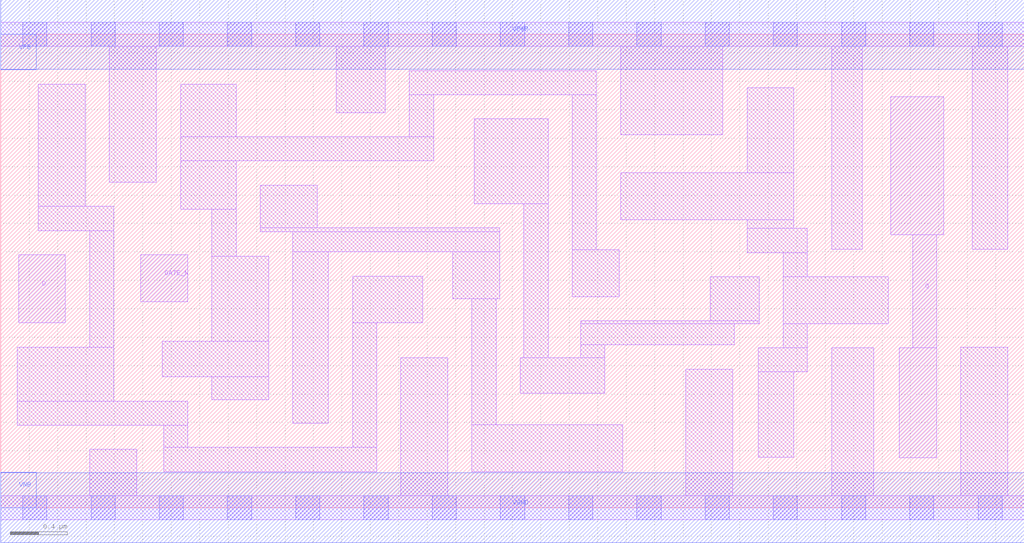
<source format=lef>
# Copyright 2020 The SkyWater PDK Authors
#
# Licensed under the Apache License, Version 2.0 (the "License");
# you may not use this file except in compliance with the License.
# You may obtain a copy of the License at
#
#     https://www.apache.org/licenses/LICENSE-2.0
#
# Unless required by applicable law or agreed to in writing, software
# distributed under the License is distributed on an "AS IS" BASIS,
# WITHOUT WARRANTIES OR CONDITIONS OF ANY KIND, either express or implied.
# See the License for the specific language governing permissions and
# limitations under the License.
#
# SPDX-License-Identifier: Apache-2.0

VERSION 5.5 ;
NAMESCASESENSITIVE ON ;
BUSBITCHARS "[]" ;
DIVIDERCHAR "/" ;
MACRO sky130_fd_sc_ms__dlxtn_2
  CLASS CORE ;
  SOURCE USER ;
  ORIGIN  0.000000  0.000000 ;
  SIZE  7.200000 BY  3.330000 ;
  SYMMETRY X Y ;
  SITE unit ;
  PIN D
    ANTENNAGATEAREA  0.208000 ;
    DIRECTION INPUT ;
    USE SIGNAL ;
    PORT
      LAYER li1 ;
        RECT 0.125000 1.300000 0.455000 1.780000 ;
    END
  END D
  PIN Q
    ANTENNADIFFAREA  0.638000 ;
    DIRECTION OUTPUT ;
    USE SIGNAL ;
    PORT
      LAYER li1 ;
        RECT 6.260000 1.920000 6.635000 2.890000 ;
        RECT 6.320000 0.350000 6.585000 1.125000 ;
        RECT 6.415000 1.125000 6.585000 1.920000 ;
    END
  END Q
  PIN GATE_N
    ANTENNAGATEAREA  0.237000 ;
    DIRECTION INPUT ;
    USE CLOCK ;
    PORT
      LAYER li1 ;
        RECT 0.985000 1.450000 1.315000 1.780000 ;
    END
  END GATE_N
  PIN VGND
    DIRECTION INOUT ;
    USE GROUND ;
    PORT
      LAYER met1 ;
        RECT 0.000000 -0.245000 7.200000 0.245000 ;
    END
  END VGND
  PIN VNB
    DIRECTION INOUT ;
    USE GROUND ;
    PORT
      LAYER met1 ;
        RECT 0.000000 0.000000 0.250000 0.250000 ;
    END
  END VNB
  PIN VPB
    DIRECTION INOUT ;
    USE POWER ;
    PORT
      LAYER met1 ;
        RECT 0.000000 3.080000 0.250000 3.330000 ;
    END
  END VPB
  PIN VPWR
    DIRECTION INOUT ;
    USE POWER ;
    PORT
      LAYER met1 ;
        RECT 0.000000 3.085000 7.200000 3.575000 ;
    END
  END VPWR
  OBS
    LAYER li1 ;
      RECT 0.000000 -0.085000 7.200000 0.085000 ;
      RECT 0.000000  3.245000 7.200000 3.415000 ;
      RECT 0.115000  0.580000 1.315000 0.750000 ;
      RECT 0.115000  0.750000 0.795000 1.130000 ;
      RECT 0.265000  1.950000 0.795000 2.120000 ;
      RECT 0.265000  2.120000 0.595000 2.980000 ;
      RECT 0.625000  0.085000 0.955000 0.410000 ;
      RECT 0.625000  1.130000 0.795000 1.950000 ;
      RECT 0.765000  2.290000 1.095000 3.245000 ;
      RECT 1.135000  0.920000 1.885000 1.170000 ;
      RECT 1.145000  0.255000 2.645000 0.425000 ;
      RECT 1.145000  0.425000 1.315000 0.580000 ;
      RECT 1.265000  2.100000 1.655000 2.440000 ;
      RECT 1.265000  2.440000 3.045000 2.610000 ;
      RECT 1.265000  2.610000 1.655000 2.980000 ;
      RECT 1.485000  0.760000 1.885000 0.920000 ;
      RECT 1.485000  1.170000 1.885000 1.770000 ;
      RECT 1.485000  1.770000 1.655000 2.100000 ;
      RECT 1.825000  1.940000 3.510000 1.970000 ;
      RECT 1.825000  1.970000 2.225000 2.270000 ;
      RECT 2.055000  0.595000 2.305000 1.800000 ;
      RECT 2.055000  1.800000 3.510000 1.940000 ;
      RECT 2.360000  2.780000 2.705000 3.245000 ;
      RECT 2.475000  0.425000 2.645000 1.300000 ;
      RECT 2.475000  1.300000 2.970000 1.630000 ;
      RECT 2.815000  0.085000 3.145000 1.055000 ;
      RECT 2.875000  2.610000 3.045000 2.905000 ;
      RECT 2.875000  2.905000 4.190000 3.075000 ;
      RECT 3.180000  1.470000 3.510000 1.800000 ;
      RECT 3.315000  0.255000 4.375000 0.585000 ;
      RECT 3.315000  0.585000 3.485000 1.470000 ;
      RECT 3.330000  2.140000 3.850000 2.735000 ;
      RECT 3.655000  0.805000 4.250000 1.055000 ;
      RECT 3.680000  1.055000 3.850000 2.140000 ;
      RECT 4.020000  1.485000 4.350000 1.815000 ;
      RECT 4.020000  1.815000 4.190000 2.905000 ;
      RECT 4.080000  1.055000 4.250000 1.145000 ;
      RECT 4.080000  1.145000 5.160000 1.295000 ;
      RECT 4.080000  1.295000 5.335000 1.315000 ;
      RECT 4.360000  2.025000 5.580000 2.355000 ;
      RECT 4.360000  2.625000 5.080000 3.245000 ;
      RECT 4.820000  0.085000 5.150000 0.975000 ;
      RECT 4.990000  1.315000 5.335000 1.625000 ;
      RECT 5.250000  1.795000 5.675000 1.965000 ;
      RECT 5.250000  1.965000 5.580000 2.025000 ;
      RECT 5.250000  2.355000 5.580000 2.955000 ;
      RECT 5.330000  0.355000 5.580000 0.955000 ;
      RECT 5.330000  0.955000 5.675000 1.125000 ;
      RECT 5.505000  1.125000 5.675000 1.295000 ;
      RECT 5.505000  1.295000 6.245000 1.625000 ;
      RECT 5.505000  1.625000 5.675000 1.795000 ;
      RECT 5.845000  0.085000 6.140000 1.125000 ;
      RECT 5.845000  1.820000 6.060000 3.245000 ;
      RECT 6.755000  0.085000 7.085000 1.130000 ;
      RECT 6.835000  1.820000 7.085000 3.245000 ;
    LAYER mcon ;
      RECT 0.155000 -0.085000 0.325000 0.085000 ;
      RECT 0.155000  3.245000 0.325000 3.415000 ;
      RECT 0.635000 -0.085000 0.805000 0.085000 ;
      RECT 0.635000  3.245000 0.805000 3.415000 ;
      RECT 1.115000 -0.085000 1.285000 0.085000 ;
      RECT 1.115000  3.245000 1.285000 3.415000 ;
      RECT 1.595000 -0.085000 1.765000 0.085000 ;
      RECT 1.595000  3.245000 1.765000 3.415000 ;
      RECT 2.075000 -0.085000 2.245000 0.085000 ;
      RECT 2.075000  3.245000 2.245000 3.415000 ;
      RECT 2.555000 -0.085000 2.725000 0.085000 ;
      RECT 2.555000  3.245000 2.725000 3.415000 ;
      RECT 3.035000 -0.085000 3.205000 0.085000 ;
      RECT 3.035000  3.245000 3.205000 3.415000 ;
      RECT 3.515000 -0.085000 3.685000 0.085000 ;
      RECT 3.515000  3.245000 3.685000 3.415000 ;
      RECT 3.995000 -0.085000 4.165000 0.085000 ;
      RECT 3.995000  3.245000 4.165000 3.415000 ;
      RECT 4.475000 -0.085000 4.645000 0.085000 ;
      RECT 4.475000  3.245000 4.645000 3.415000 ;
      RECT 4.955000 -0.085000 5.125000 0.085000 ;
      RECT 4.955000  3.245000 5.125000 3.415000 ;
      RECT 5.435000 -0.085000 5.605000 0.085000 ;
      RECT 5.435000  3.245000 5.605000 3.415000 ;
      RECT 5.915000 -0.085000 6.085000 0.085000 ;
      RECT 5.915000  3.245000 6.085000 3.415000 ;
      RECT 6.395000 -0.085000 6.565000 0.085000 ;
      RECT 6.395000  3.245000 6.565000 3.415000 ;
      RECT 6.875000 -0.085000 7.045000 0.085000 ;
      RECT 6.875000  3.245000 7.045000 3.415000 ;
  END
END sky130_fd_sc_ms__dlxtn_2
END LIBRARY

</source>
